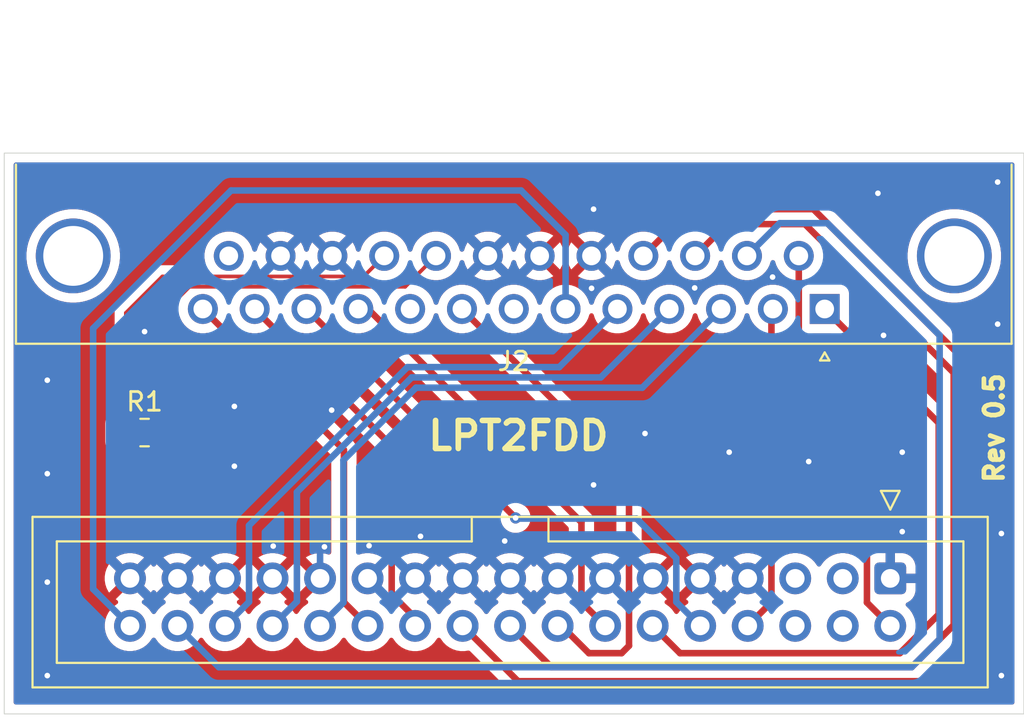
<source format=kicad_pcb>
(kicad_pcb (version 20241229) (generator "pcbnew") (generator_version "9.0")
  (layers (0 "F.Cu" signal) (2 "B.Cu" signal) (13 "F.Paste" user) (15 "B.Paste" user) (5 "F.SilkS" user "F.Silkscreen") (7 "B.SilkS" user "B.Silkscreen") (1 "F.Mask" user) (3 "B.Mask" user) (25 "Edge.Cuts" user))
  (net 0 "")
  (net 1 "GND")
  (net 2 "/STEP#")
  (net 3 "/DRVSA")
  (net 5 "/DIR#")
  (net 7 "/HDSEL#{slash}SIDE")
  (net 8 "/INDEX#")
  (net 9 "/WDATA")
  (net 10 "/DRVSB")
  (net 11 "/RDATA")
  (net 12 "/DSKCHG#")
  (net 13 "/TRK0#")
  (net 14 "/WGATE#")
  (net 15 "/MOTEA#")
  (net 16 "/RSVD0")
  (net 17 "/DENSEL")
  (net 18 "/MOTEB#")
  (net 19 "/WPT#")
  (net 20 "/RSVD1")
  (net 23 "VCC")
  (net 24 "Net-(J2-P22)")
  (net 25 "Net-(J2-P21)")
  (footprint "LPT2FDD:DSUB-25_Male_Horizontal_P2.77x2.84mm_EdgePinOffset4.94mm_Housed_MountingHolesOffset4.94mm" (layer "F.Cu") (at 167.905 88.74 180)
    (property "Reference" "J2" (at 16.62 -2.8 0) (layer "F.SilkS"))
    (property "Value" "LPT Floppy")
    (fp_line (start 43.23 -1.86) (end 43.23 7.72) (stroke (width 0.12)) (layer "F.SilkS"))
    (fp_line (start 0.25 -2.754338) (end 0 -2.321325) (stroke (width 0.12)) (layer "F.SilkS"))
    (fp_line (start 0 -2.321325) (end -0.25 -2.754338) (stroke (width 0.12)) (layer "F.SilkS"))
    (fp_line (start -0.25 -2.754338) (end 0.25 -2.754338) (stroke (width 0.12)) (layer "F.SilkS"))
    (fp_line (start -9.99 7.72) (end -9.99 -1.86) (stroke (width 0.12)) (layer "F.SilkS"))
    (fp_line (start -9.99 -1.86) (end 43.23 -1.86) (stroke (width 0.12)) (layer "F.SilkS"))
    (pad "0" thru_hole circle (at -6.93 2.84 180) (size 4 4) (drill 3.2) (layers "*.Cu" "*.Mask"))
    (pad "0" thru_hole circle (at 40.17 2.84 180) (size 4 4) (drill 3.2) (layers "*.Cu" "*.Mask"))
    (pad "1" thru_hole rect (at 0 0 180) (size 1.6 1.6) (drill 1) (layers "*.Cu" "*.Mask") (net 3 "/DRVSA"))
    (pad "2" thru_hole circle (at 2.77 0 180) (size 1.6 1.6) (drill 1) (layers "*.Cu" "*.Mask") (net 8 "/INDEX#"))
    (pad "3" thru_hole circle (at 5.54 0 180) (size 1.6 1.6) (drill 1) (layers "*.Cu" "*.Mask") (net 13 "/TRK0#"))
    (pad "4" thru_hole circle (at 8.31 0 180) (size 1.6 1.6) (drill 1) (layers "*.Cu" "*.Mask") (net 19 "/WPT#"))
    (pad "5" thru_hole circle (at 11.08 0 180) (size 1.6 1.6) (drill 1) (layers "*.Cu" "*.Mask") (net 11 "/RDATA"))
    (pad "6" thru_hole circle (at 13.85 0 180) (size 1.6 1.6) (drill 1) (layers "*.Cu" "*.Mask") (net 12 "/DSKCHG#"))
    (pad "7" thru_hole circle (at 16.62 0 180) (size 1.6 1.6) (drill 1) (layers "*.Cu" "*.Mask"))
    (pad "8" thru_hole circle (at 19.39 0 180) (size 1.6 1.6) (drill 1) (layers "*.Cu" "*.Mask") (net 15 "/MOTEA#"))
    (pad "9" thru_hole circle (at 22.16 0 180) (size 1.6 1.6) (drill 1) (layers "*.Cu" "*.Mask"))
    (pad "10" thru_hole circle (at 24.93 0 180) (size 1.6 1.6) (drill 1) (layers "*.Cu" "*.Mask") (net 10 "/DRVSB"))
    (pad "11" thru_hole circle (at 27.7 0 180) (size 1.6 1.6) (drill 1) (layers "*.Cu" "*.Mask") (net 18 "/MOTEB#"))
    (pad "12" thru_hole circle (at 30.47 0 180) (size 1.6 1.6) (drill 1) (layers "*.Cu" "*.Mask") (net 9 "/WDATA"))
    (pad "13" thru_hole circle (at 33.24 0 180) (size 1.6 1.6) (drill 1) (layers "*.Cu" "*.Mask") (net 14 "/WGATE#"))
    (pad "14" thru_hole circle (at 1.385 2.84 180) (size 1.6 1.6) (drill 1) (layers "*.Cu" "*.Mask") (net 17 "/DENSEL"))
    (pad "15" thru_hole circle (at 4.155 2.84 180) (size 1.6 1.6) (drill 1) (layers "*.Cu" "*.Mask") (net 7 "/HDSEL#{slash}SIDE"))
    (pad "16" thru_hole circle (at 6.925 2.84 180) (size 1.6 1.6) (drill 1) (layers "*.Cu" "*.Mask") (net 5 "/DIR#"))
    (pad "17" thru_hole circle (at 9.695 2.84 180) (size 1.6 1.6) (drill 1) (layers "*.Cu" "*.Mask") (net 2 "/STEP#"))
    (pad "18" thru_hole circle (at 12.465 2.84 180) (size 1.6 1.6) (drill 1) (layers "*.Cu" "*.Mask") (net 1 "GND"))
    (pad "19" thru_hole circle (at 15.235 2.84 180) (size 1.6 1.6) (drill 1) (layers "*.Cu" "*.Mask") (net 1 "GND"))
    (pad "20" thru_hole circle (at 18.005 2.84 180) (size 1.6 1.6) (drill 1) (layers "*.Cu" "*.Mask") (net 1 "GND"))
    (pad "21" thru_hole circle (at 20.775 2.84 180) (size 1.6 1.6) (drill 1) (layers "*.Cu" "*.Mask") (net 25 "Net-(J2-P21)"))
    (pad "22" thru_hole circle (at 23.545 2.84 180) (size 1.6 1.6) (drill 1) (layers "*.Cu" "*.Mask") (net 24 "Net-(J2-P22)"))
    (pad "23" thru_hole circle (at 26.315 2.84 180) (size 1.6 1.6) (drill 1) (layers "*.Cu" "*.Mask") (net 1 "GND"))
    (pad "24" thru_hole circle (at 29.085 2.84 180) (size 1.6 1.6) (drill 1) (layers "*.Cu" "*.Mask") (net 1 "GND"))
    (pad "25" thru_hole circle (at 31.855 2.84 180) (size 1.6 1.6) (drill 1) (layers "*.Cu" "*.Mask") (net 23 "VCC"))
  )
  (footprint "Resistor_SMD:R_0805_2012Metric_Pad1.20x1.40mm_HandSolder" (layer "F.Cu") (at 131.55 95.35)
    (property "Reference" "R1" (at 0 -1.65 0) (layer "F.SilkS"))
    (property "Value" "1k")
    (fp_line (start -0.227064 -0.735) (end 0.227064 -0.735) (stroke (width 0.12)) (layer "F.SilkS"))
    (fp_line (start -0.227064 0.735) (end 0.227064 0.735) (stroke (width 0.12)) (layer "F.SilkS"))
    (pad "1" smd roundrect (at -1 0) (size 1.2 1.4) (layers "F.Cu" "F.Mask" "F.Paste") (roundrect_rratio 0.208333) (net 24 "Net-(J2-P22)"))
    (pad "2" smd roundrect (at 1 0) (size 1.2 1.4) (layers "F.Cu" "F.Mask" "F.Paste") (roundrect_rratio 0.208333) (net 25 "Net-(J2-P21)"))
  )
  (footprint "LPT2FDD:IDC-Header_2x17_P2.54mm_Vertical" (layer "F.Cu") (at 171.41 103.15 -90)
    (property "Reference" "J1" (hide yes))
    (property "Value" "Floppy Connector")
    (fp_line (start -3.29 45.85) (end -3.29 -5.21) (stroke (width 0.12)) (layer "F.SilkS"))
    (fp_line (start 5.83 45.85) (end -3.29 45.85) (stroke (width 0.12)) (layer "F.SilkS"))
    (fp_line (start -1.98 44.55) (end -1.98 22.37) (stroke (width 0.12)) (layer "F.SilkS"))
    (fp_line (start 4.52 44.55) (end -1.98 44.55) (stroke (width 0.12)) (layer "F.SilkS"))
    (fp_line (start -1.98 22.37) (end -3.29 22.37) (stroke (width 0.12)) (layer "F.SilkS"))
    (fp_line (start -1.98 22.37) (end -1.98 22.37) (stroke (width 0.12)) (layer "F.SilkS"))
    (fp_line (start -3.29 18.27) (end -1.98 18.27) (stroke (width 0.12)) (layer "F.SilkS"))
    (fp_line (start -1.98 18.27) (end -1.98 -3.91) (stroke (width 0.12)) (layer "F.SilkS"))
    (fp_line (start -4.68 0.5) (end -3.68 0) (stroke (width 0.12)) (layer "F.SilkS"))
    (fp_line (start -3.68 0) (end -4.68 -0.5) (stroke (width 0.12)) (layer "F.SilkS"))
    (fp_line (start -4.68 -0.5) (end -4.68 0.5) (stroke (width 0.12)) (layer "F.SilkS"))
    (fp_line (start -1.98 -3.91) (end 4.52 -3.91) (stroke (width 0.12)) (layer "F.SilkS"))
    (fp_line (start 4.52 -3.91) (end 4.52 44.55) (stroke (width 0.12)) (layer "F.SilkS"))
    (fp_line (start -3.29 -5.21) (end 5.83 -5.21) (stroke (width 0.12)) (layer "F.SilkS"))
    (fp_line (start 5.83 -5.21) (end 5.83 45.85) (stroke (width 0.12)) (layer "F.SilkS"))
    (pad "1" thru_hole roundrect (at 0 0 270) (size 1.7 1.7) (drill 1) (layers "*.Cu" "*.Mask") (roundrect_rratio 0.147059) (net 1 "GND"))
    (pad "2" thru_hole circle (at 2.54 0 270) (size 1.7 1.7) (drill 1) (layers "*.Cu" "*.Mask") (net 17 "/DENSEL"))
    (pad "3" thru_hole circle (at 0 2.54 270) (size 1.7 1.7) (drill 1) (layers "*.Cu" "*.Mask"))
    (pad "4" thru_hole circle (at 2.54 2.54 270) (size 1.7 1.7) (drill 1) (layers "*.Cu" "*.Mask") (net 16 "/RSVD0"))
    (pad "5" thru_hole circle (at 0 5.08 270) (size 1.7 1.7) (drill 1) (layers "*.Cu" "*.Mask"))
    (pad "6" thru_hole circle (at 2.54 5.08 270) (size 1.7 1.7) (drill 1) (layers "*.Cu" "*.Mask") (net 20 "/RSVD1"))
    (pad "7" thru_hole circle (at 0 7.62 270) (size 1.7 1.7) (drill 1) (layers "*.Cu" "*.Mask") (net 1 "GND"))
    (pad "8" thru_hole circle (at 2.54 7.62 270) (size 1.7 1.7) (drill 1) (layers "*.Cu" "*.Mask") (net 8 "/INDEX#"))
    (pad "9" thru_hole circle (at 0 10.16 270) (size 1.7 1.7) (drill 1) (layers "*.Cu" "*.Mask") (net 1 "GND"))
    (pad "10" thru_hole circle (at 2.54 10.16 270) (size 1.7 1.7) (drill 1) (layers "*.Cu" "*.Mask") (net 18 "/MOTEB#"))
    (pad "11" thru_hole circle (at 0 12.7 270) (size 1.7 1.7) (drill 1) (layers "*.Cu" "*.Mask") (net 1 "GND"))
    (pad "12" thru_hole circle (at 2.54 12.7 270) (size 1.7 1.7) (drill 1) (layers "*.Cu" "*.Mask") (net 3 "/DRVSA"))
    (pad "13" thru_hole circle (at 0 15.24 270) (size 1.7 1.7) (drill 1) (layers "*.Cu" "*.Mask") (net 1 "GND"))
    (pad "14" thru_hole circle (at 2.54 15.24 270) (size 1.7 1.7) (drill 1) (layers "*.Cu" "*.Mask") (net 10 "/DRVSB"))
    (pad "15" thru_hole circle (at 0 17.78 270) (size 1.7 1.7) (drill 1) (layers "*.Cu" "*.Mask") (net 1 "GND"))
    (pad "16" thru_hole circle (at 2.54 17.78 270) (size 1.7 1.7) (drill 1) (layers "*.Cu" "*.Mask") (net 15 "/MOTEA#"))
    (pad "17" thru_hole circle (at 0 20.32 270) (size 1.7 1.7) (drill 1) (layers "*.Cu" "*.Mask") (net 1 "GND"))
    (pad "18" thru_hole circle (at 2.54 20.32 270) (size 1.7 1.7) (drill 1) (layers "*.Cu" "*.Mask") (net 5 "/DIR#"))
    (pad "19" thru_hole circle (at 0 22.86 270) (size 1.7 1.7) (drill 1) (layers "*.Cu" "*.Mask") (net 1 "GND"))
    (pad "20" thru_hole circle (at 2.54 22.86 270) (size 1.7 1.7) (drill 1) (layers "*.Cu" "*.Mask") (net 2 "/STEP#"))
    (pad "21" thru_hole circle (at 0 25.4 270) (size 1.7 1.7) (drill 1) (layers "*.Cu" "*.Mask") (net 1 "GND"))
    (pad "22" thru_hole circle (at 2.54 25.4 270) (size 1.7 1.7) (drill 1) (layers "*.Cu" "*.Mask") (net 9 "/WDATA"))
    (pad "23" thru_hole circle (at 0 27.94 270) (size 1.7 1.7) (drill 1) (layers "*.Cu" "*.Mask") (net 1 "GND"))
    (pad "24" thru_hole circle (at 2.54 27.94 270) (size 1.7 1.7) (drill 1) (layers "*.Cu" "*.Mask") (net 14 "/WGATE#"))
    (pad "25" thru_hole circle (at 0 30.48 270) (size 1.7 1.7) (drill 1) (layers "*.Cu" "*.Mask") (net 1 "GND"))
    (pad "26" thru_hole circle (at 2.54 30.48 270) (size 1.7 1.7) (drill 1) (layers "*.Cu" "*.Mask") (net 13 "/TRK0#"))
    (pad "27" thru_hole circle (at 0 33.02 270) (size 1.7 1.7) (drill 1) (layers "*.Cu" "*.Mask") (net 1 "GND"))
    (pad "28" thru_hole circle (at 2.54 33.02 270) (size 1.7 1.7) (drill 1) (layers "*.Cu" "*.Mask") (net 19 "/WPT#"))
    (pad "29" thru_hole circle (at 0 35.56 270) (size 1.7 1.7) (drill 1) (layers "*.Cu" "*.Mask") (net 1 "GND"))
    (pad "30" thru_hole circle (at 2.54 35.56 270) (size 1.7 1.7) (drill 1) (layers "*.Cu" "*.Mask") (net 11 "/RDATA"))
    (pad "31" thru_hole circle (at 0 38.1 270) (size 1.7 1.7) (drill 1) (layers "*.Cu" "*.Mask") (net 1 "GND"))
    (pad "32" thru_hole circle (at 2.54 38.1 270) (size 1.7 1.7) (drill 1) (layers "*.Cu" "*.Mask") (net 7 "/HDSEL#{slash}SIDE"))
    (pad "33" thru_hole circle (at 0 40.64 270) (size 1.7 1.7) (drill 1) (layers "*.Cu" "*.Mask") (net 1 "GND"))
    (pad "34" thru_hole circle (at 2.54 40.64 270) (size 1.7 1.7) (drill 1) (layers "*.Cu" "*.Mask") (net 12 "/DSKCHG#"))
  )
  (gr_rect (start 124.05 80.4) (end 178.55 110.4) (stroke (width 0.05)) (fill no) (layer "Edge.Cuts"))
  (gr_text "LPT2FDD" (at 146.55 96.4 0) (layer "F.SilkS") (effects (font (size 1.5 1.5) (thickness 0.3) (bold yes)) (justify left bottom)))
  (gr_text "Rev 0.5" (at 177.55 98.15 90) (layer "F.SilkS") (effects (font (size 1 1) (thickness 0.25) (bold yes)) (justify left bottom)))
  (via (at 141.55 94.15) (size 0.6) (drill 0.3) (layers "F.Cu" "B.Cu") (net 1))
  (via (at 177.35 100.75) (size 0.6) (drill 0.3) (layers "F.Cu" "B.Cu") (net 1))
  (via (at 141.164947 101.461388) (size 0.6) (drill 0.3) (layers "F.Cu" "B.Cu") (net 1))
  (via (at 143.55 101.4) (size 0.6) (drill 0.3) (layers "F.Cu" "B.Cu") (net 1))
  (via (at 165.119114 87.03261) (size 0.6) (drill 0.3) (layers "F.Cu" "B.Cu") (net 1))
  (via (at 155.443648 87.633442) (size 0.6) (drill 0.3) (layers "F.Cu" "B.Cu") (net 1))
  (via (at 172.05 100.65) (size 0.6) (drill 0.3) (layers "F.Cu" "B.Cu") (net 1))
  (via (at 126.35 97.55) (size 0.6) (drill 0.3) (layers "F.Cu" "B.Cu") (net 1))
  (via (at 126.35 92.55) (size 0.6) (drill 0.3) (layers "F.Cu" "B.Cu") (net 1))
  (via (at 171.05 90.15) (size 0.6) (drill 0.3) (layers "F.Cu" "B.Cu") (net 1))
  (via (at 177.35 108.35) (size 0.6) (drill 0.3) (layers "F.Cu" "B.Cu") (net 1))
  (via (at 126.35 108.35) (size 0.6) (drill 0.3) (layers "F.Cu" "B.Cu") (net 1))
  (via (at 167.05 96.9) (size 0.6) (drill 0.3) (layers "F.Cu" "B.Cu") (net 1))
  (via (at 126.35 103.35) (size 0.6) (drill 0.3) (layers "F.Cu" "B.Cu") (net 1))
  (via (at 136.35 93.95) (size 0.6) (drill 0.3) (layers "F.Cu" "B.Cu") (net 1))
  (via (at 131.55 89.95) (size 0.6) (drill 0.3) (layers "F.Cu" "B.Cu") (net 1))
  (via (at 150.8 101.15) (size 0.6) (drill 0.3) (layers "F.Cu" "B.Cu") (net 1))
  (via (at 146.3 100.9) (size 0.6) (drill 0.3) (layers "F.Cu" "B.Cu") (net 1))
  (via (at 136.35 97.15) (size 0.6) (drill 0.3) (layers "F.Cu" "B.Cu") (net 1))
  (via (at 160.954727 87.612723) (size 0.6) (drill 0.3) (layers "F.Cu" "B.Cu") (net 1))
  (via (at 177.15 89.55) (size 0.6) (drill 0.3) (layers "F.Cu" "B.Cu") (net 1))
  (via (at 155.55 83.4) (size 0.6) (drill 0.3) (layers "F.Cu" "B.Cu") (net 1))
  (via (at 172.05 96.4) (size 0.6) (drill 0.3) (layers "F.Cu" "B.Cu") (net 1))
  (via (at 177.15 81.95) (size 0.6) (drill 0.3) (layers "F.Cu" "B.Cu") (net 1))
  (via (at 158.3 95.4) (size 0.6) (drill 0.3) (layers "F.Cu" "B.Cu") (net 1))
  (via (at 155.55 98.15) (size 0.6) (drill 0.3) (layers "F.Cu" "B.Cu") (net 1))
  (via (at 138.425689 101.423485) (size 0.6) (drill 0.3) (layers "F.Cu" "B.Cu") (net 1))
  (via (at 170.75 82.55) (size 0.6) (drill 0.3) (layers "F.Cu" "B.Cu") (net 1))
  (via (at 162.8 96.4) (size 0.6) (drill 0.3) (layers "F.Cu" "B.Cu") (net 1))
  (segment (start 140.93 103.15) (end 140.93 101.696335) (width 0.35) (layer "B.Cu") (net 1))
  (segment (start 140.93 101.696335) (end 141.164947 101.461388) (width 0.35) (layer "B.Cu") (net 1))
  (segment (start 175.55 106.4) (end 175.55 91.65) (width 0.35) (layer "F.Cu") (net 2))
  (segment (start 151.51 108.65) (end 173.3 108.65) (width 0.35) (layer "F.Cu") (net 2))
  (segment (start 175.55 91.65) (end 167.3 83.4) (width 0.35) (layer "F.Cu") (net 2))
  (segment (start 167.3 83.4) (end 160.71 83.4) (width 0.35) (layer "F.Cu") (net 2))
  (segment (start 148.55 105.69) (end 151.51 108.65) (width 0.35) (layer "F.Cu") (net 2))
  (segment (start 173.3 108.65) (end 175.55 106.4) (width 0.35) (layer "F.Cu") (net 2))
  (segment (start 160.71 83.4) (end 158.21 85.9) (width 0.35) (layer "F.Cu") (net 2))
  (segment (start 171.925 107.15) (end 174 105.075) (width 0.35) (layer "F.Cu") (net 3))
  (segment (start 160.17 107.15) (end 171.925 107.15) (width 0.35) (layer "F.Cu") (net 3))
  (segment (start 174 94.835) (end 167.905 88.74) (width 0.35) (layer "F.Cu") (net 3))
  (segment (start 174 105.075) (end 174 94.835) (width 0.35) (layer "F.Cu") (net 3))
  (segment (start 158.71 105.69) (end 160.17 107.15) (width 0.35) (layer "F.Cu") (net 3))
  (segment (start 174.8 105.65) (end 174.8 92.15) (width 0.35) (layer "F.Cu") (net 5))
  (segment (start 172.55 107.9) (end 174.8 105.65) (width 0.35) (layer "F.Cu") (net 5))
  (segment (start 162.68 84.2) (end 160.98 85.9) (width 0.35) (layer "F.Cu") (net 5))
  (segment (start 166.85 84.2) (end 162.68 84.2) (width 0.35) (layer "F.Cu") (net 5))
  (segment (start 174.8 92.15) (end 166.85 84.2) (width 0.35) (layer "F.Cu") (net 5))
  (segment (start 153.3 107.9) (end 172.55 107.9) (width 0.35) (layer "F.Cu") (net 5))
  (segment (start 151.09 105.69) (end 153.3 107.9) (width 0.35) (layer "F.Cu") (net 5))
  (segment (start 174.05 90.15) (end 168.05 84.15) (width 0.35) (layer "B.Cu") (net 7))
  (segment (start 172.55 107.9) (end 174.05 106.4) (width 0.35) (layer "B.Cu") (net 7))
  (segment (start 174.05 106.4) (end 174.05 90.15) (width 0.35) (layer "B.Cu") (net 7))
  (segment (start 135.52 107.9) (end 172.55 107.9) (width 0.35) (layer "B.Cu") (net 7))
  (segment (start 165.5 84.15) (end 163.75 85.9) (width 0.35) (layer "B.Cu") (net 7))
  (segment (start 133.31 105.69) (end 135.52 107.9) (width 0.35) (layer "B.Cu") (net 7))
  (segment (start 168.05 84.15) (end 165.5 84.15) (width 0.35) (layer "B.Cu") (net 7))
  (segment (start 165.058305 104.421695) (end 165.058305 88.816695) (width 0.35) (layer "F.Cu") (net 8))
  (segment (start 163.79 105.69) (end 165.058305 104.421695) (width 0.35) (layer "F.Cu") (net 8))
  (segment (start 165.058305 88.816695) (end 165.135 88.74) (width 0.35) (layer "F.Cu") (net 8))
  (segment (start 146.01 105.255036) (end 144.758563 104.003599) (width 0.35) (layer "F.Cu") (net 9))
  (segment (start 144.758563 104.003599) (end 144.758563 96.063563) (width 0.35) (layer "F.Cu") (net 9))
  (segment (start 146.01 105.69) (end 146.01 105.255036) (width 0.35) (layer "F.Cu") (net 9))
  (segment (start 144.758563 96.063563) (end 137.435 88.74) (width 0.35) (layer "F.Cu") (net 9))
  (segment (start 156.17 105.69) (end 154.902191 104.422191) (width 0.35) (layer "F.Cu") (net 10))
  (segment (start 154.902191 104.422191) (end 154.902191 100.149779) (width 0.35) (layer "F.Cu") (net 10))
  (segment (start 143.492412 88.74) (end 142.975 88.74) (width 0.35) (layer "F.Cu") (net 10))
  (segment (start 154.902191 100.149779) (end 143.492412 88.74) (width 0.35) (layer "F.Cu") (net 10))
  (segment (start 137.132846 104.407154) (end 137.132846 100.317154) (width 0.35) (layer "B.Cu") (net 11))
  (segment (start 135.85 105.69) (end 137.132846 104.407154) (width 0.35) (layer "B.Cu") (net 11))
  (segment (start 137.132846 100.317154) (end 145.6 91.85) (width 0.35) (layer "B.Cu") (net 11))
  (segment (start 145.6 91.85) (end 153.715 91.85) (width 0.35) (layer "B.Cu") (net 11))
  (segment (start 153.715 91.85) (end 156.825 88.74) (width 0.35) (layer "B.Cu") (net 11))
  (segment (start 130.77 105.69) (end 128.8 103.72) (width 0.35) (layer "B.Cu") (net 12))
  (segment (start 136.175 82.4) (end 151.675 82.4) (width 0.35) (layer "B.Cu") (net 12))
  (segment (start 128.8 89.775) (end 136.175 82.4) (width 0.35) (layer "B.Cu") (net 12))
  (segment (start 151.675 82.4) (end 154.055 84.78) (width 0.35) (layer "B.Cu") (net 12))
  (segment (start 128.8 103.72) (end 128.8 89.775) (width 0.35) (layer "B.Cu") (net 12))
  (segment (start 154.055 84.78) (end 154.055 88.74) (width 0.35) (layer "B.Cu") (net 12))
  (segment (start 158.155 92.95) (end 162.365 88.74) (width 0.35) (layer "B.Cu") (net 13))
  (segment (start 142.178536 104.441464) (end 142.178536 96.8271) (width 0.35) (layer "B.Cu") (net 13))
  (segment (start 142.178536 96.8271) (end 146.055636 92.95) (width 0.35) (layer "B.Cu") (net 13))
  (segment (start 140.93 105.69) (end 142.178536 104.441464) (width 0.35) (layer "B.Cu") (net 13))
  (segment (start 146.055636 92.95) (end 158.155 92.95) (width 0.35) (layer "B.Cu") (net 13))
  (segment (start 143.47 105.69) (end 142.20606 104.42606) (width 0.35) (layer "F.Cu") (net 14))
  (segment (start 142.20606 104.42606) (end 142.20606 96.28106) (width 0.35) (layer "F.Cu") (net 14))
  (segment (start 142.20606 96.28106) (end 134.665 88.74) (width 0.35) (layer "F.Cu") (net 14))
  (segment (start 153.84 105.69) (end 153.63 105.69) (width 0.35) (layer "F.Cu") (net 15))
  (segment (start 157.445021 106.754979) (end 157.05 107.15) (width 0.35) (layer "F.Cu") (net 15))
  (segment (start 157.445021 97.670021) (end 157.445021 106.754979) (width 0.35) (layer "F.Cu") (net 15))
  (segment (start 155.3 107.15) (end 153.84 105.69) (width 0.35) (layer "F.Cu") (net 15))
  (segment (start 157.05 107.15) (end 155.3 107.15) (width 0.35) (layer "F.Cu") (net 15))
  (segment (start 148.515 88.74) (end 157.445021 97.670021) (width 0.35) (layer "F.Cu") (net 15))
  (segment (start 170.16393 104.44393) (end 170.16393 94.26669) (width 0.35) (layer "F.Cu") (net 17))
  (segment (start 170.16393 94.26669) (end 166.52 90.62276) (width 0.35) (layer "F.Cu") (net 17))
  (segment (start 166.52 90.62276) (end 166.52 85.9) (width 0.35) (layer "F.Cu") (net 17))
  (segment (start 171.41 105.69) (end 170.16393 104.44393) (width 0.35) (layer "F.Cu") (net 17))
  (segment (start 151.3825 99.9175) (end 140.205 88.74) (width 0.35) (layer "F.Cu") (net 18))
  (via (at 151.3825 99.9175) (size 0.6) (drill 0.3) (layers "F.Cu" "B.Cu") (net 18))
  (segment (start 159.972659 104.412659) (end 161.25 105.69) (width 0.35) (layer "B.Cu") (net 18))
  (segment (start 159.972659 102.072659) (end 159.972659 104.412659) (width 0.35) (layer "B.Cu") (net 18))
  (segment (start 157.85 99.95) (end 159.972659 102.072659) (width 0.35) (layer "B.Cu") (net 18))
  (segment (start 151.3825 99.9175) (end 151.415 99.95) (width 0.35) (layer "B.Cu") (net 18))
  (segment (start 151.415 99.95) (end 157.85 99.95) (width 0.35) (layer "B.Cu") (net 18))
  (segment (start 155.935 92.4) (end 159.595 88.74) (width 0.35) (layer "B.Cu") (net 19))
  (segment (start 139.692235 98.535583) (end 145.827818 92.4) (width 0.35) (layer "B.Cu") (net 19))
  (segment (start 138.39 105.69) (end 139.692235 104.387765) (width 0.35) (layer "B.Cu") (net 19))
  (segment (start 145.827818 92.4) (end 155.935 92.4) (width 0.35) (layer "B.Cu") (net 19))
  (segment (start 139.692235 104.387765) (end 139.692235 98.535583) (width 0.35) (layer "B.Cu") (net 19))
  (segment (start 132.499 87.001) (end 130.55 88.95) (width 0.2) (layer "F.Cu") (net 24))
  (segment (start 144.36 85.9) (end 143.259 87.001) (width 0.2) (layer "F.Cu") (net 24))
  (segment (start 130.55 88.95) (end 130.55 95.35) (width 0.2) (layer "F.Cu") (net 24))
  (segment (start 143.259 87.001) (end 132.499 87.001) (width 0.2) (layer "F.Cu") (net 24))
  (segment (start 145.48 87.55) (end 133.95 87.55) (width 0.2) (layer "F.Cu") (net 25))
  (segment (start 132.55 88.95) (end 132.55 95.35) (width 0.2) (layer "F.Cu") (net 25))
  (segment (start 133.95 87.55) (end 132.55 88.95) (width 0.2) (layer "F.Cu") (net 25))
  (segment (start 147.13 85.9) (end 145.48 87.55) (width 0.2) (layer "F.Cu") (net 25))
  (zone (net 1) (net_name "GND") (layer "F.Cu") (connect_pads (clearance 0.5)) (min_thickness 0.25) (fill yes (thermal_gap 0.5) (thermal_bridge_width 0.5))
    (polygon (pts (xy 124.05 110.4) (xy 124.05 80.4) (xy 178.55 80.4) (xy 178.55 110.4)))
  )
  (zone (net 1) (net_name "GND") (layer "B.Cu") (priority 1) (connect_pads (clearance 0.5)) (min_thickness 0.25) (fill yes (thermal_gap 0.5) (thermal_bridge_width 0.5))
    (polygon (pts (xy 124.05 110.4) (xy 124.05 80.4) (xy 178.55 80.4) (xy 178.55 110.4)))
  )
)
</source>
